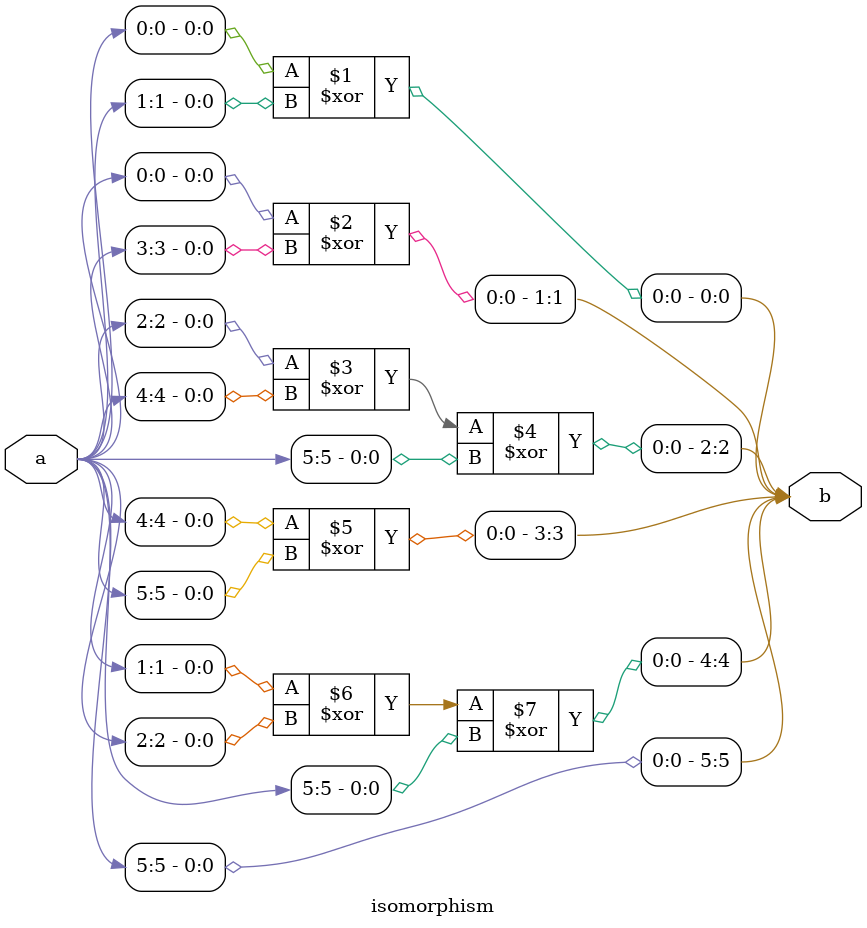
<source format=v>
`timescale 1ns/100ps
module SMSS32_17_nn_10_6(x,y);
	 input [5:0] x;
	 output [5:0] y;
	 wire [5:0] w;
	 wire [5:0] p;
	 isomorphism C2 (x,w);
	 power_17 C3 (w,p);
	 inv_isomorphism C4 (p,y);
endmodule

module add_base(a,b,c);
	 input [2:0] a;
	 input [2:0] b;
	 output [2:0] c;
	 assign c[0]=a[0]^b[0];
	 assign c[1]=a[1]^b[1];
	 assign c[2]=a[2]^b[2];
endmodule

module qube_base(a,b);
	 input [2:0] a;
	 output [2:0] b;
	 assign b[0]=a[0]^a[1]^(a[0]&a[2]);
	 assign b[1]=a[1]^a[2]^(a[0]&a[1]);
	 assign b[2]=a[0]^a[2]^(a[1]&a[2]);
endmodule

module power_17(a,b);
	 input [5:0] a;
	 output [5:0] b;
	 wire [2:0] x_0;
	 wire [2:0] x_1;
	 wire [2:0] x_2;
	 wire [2:0] x_3;
	 wire [2:0] x_4;
	 wire [2:0] x_5;
	 wire [2:0] y_0;
	 wire [2:0] y_1;
	 assign x_0[0]=a[0];
	 assign x_0[1]=a[1];
	 assign x_0[2]=a[2];
	 assign x_1[0]=a[3];
	 assign x_1[1]=a[4];
	 assign x_1[2]=a[5];
	 add_base A1 (x_0,x_1,x_2);
	 qube_base A2 (x_2,x_3);
	 qube_base  A3 (x_0,x_4);
	 qube_base A4 (x_1,x_5);
	 add_base A5 (x_5,x_3,y_0);
	 add_base A6 (x_4,x_3,y_1);
	 assign b[0]=y_1[0];
	 assign b[1]=y_1[1];
	 assign b[2]=y_1[2];
	 assign b[3]=y_0[0];
	 assign b[4]=y_0[1];
	 assign b[5]=y_0[2];
endmodule

module inv_isomorphism(a,b);
	 input [5:0] a;
	 output [5:0] b;
	 assign b[0]=a[5];
	 assign b[1]=a[1]^a[3];
	 assign b[2]=a[1]^a[3]^a[4]^a[5];
	 assign b[3]=a[0]^a[3]^a[5];
	 assign b[4]=a[3];
	 assign b[5]=a[2]^a[4]^a[5];
endmodule

module isomorphism(a,b);
	 input [5:0] a;
	 output [5:0] b;
	 assign b[0]=a[0]^a[1];
	 assign b[1]=a[0]^a[3];
	 assign b[2]=a[2]^a[4]^a[5];
	 assign b[3]=a[4]^a[5];
	 assign b[4]=a[1]^a[2]^a[5];
	 assign b[5]=a[5];
endmodule


</source>
